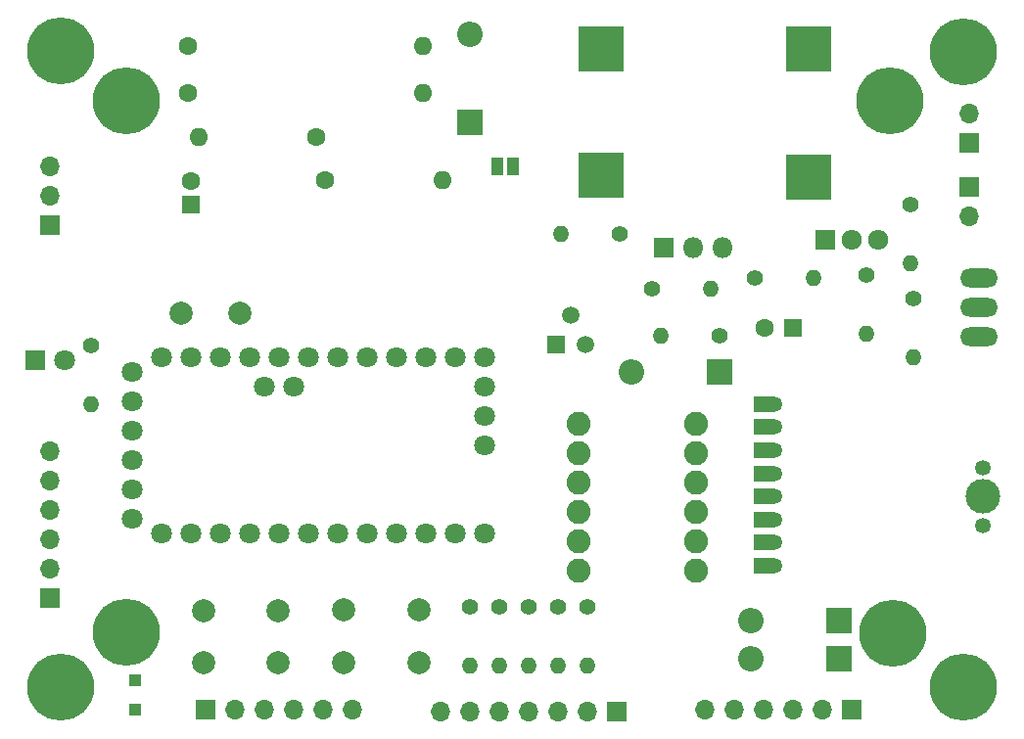
<source format=gbr>
%TF.GenerationSoftware,KiCad,Pcbnew,6.0.11-2627ca5db0~126~ubuntu22.04.1*%
%TF.CreationDate,2023-08-15T16:57:27+02:00*%
%TF.ProjectId,HB-UNI-SenAct-4-4-SC_DS_FUEL4EP_PCB,48422d55-4e49-42d5-9365-6e4163742d34,1.6*%
%TF.SameCoordinates,Original*%
%TF.FileFunction,Soldermask,Top*%
%TF.FilePolarity,Negative*%
%FSLAX46Y46*%
G04 Gerber Fmt 4.6, Leading zero omitted, Abs format (unit mm)*
G04 Created by KiCad (PCBNEW 6.0.11-2627ca5db0~126~ubuntu22.04.1) date 2023-08-15 16:57:27*
%MOMM*%
%LPD*%
G01*
G04 APERTURE LIST*
%ADD10C,2.000000*%
%ADD11R,1.600000X1.600000*%
%ADD12C,1.600000*%
%ADD13R,1.800000X1.800000*%
%ADD14C,1.800000*%
%ADD15R,2.200000X2.200000*%
%ADD16O,2.200000X2.200000*%
%ADD17C,5.800000*%
%ADD18R,1.700000X1.700000*%
%ADD19O,1.700000X1.700000*%
%ADD20R,1.000000X1.500000*%
%ADD21C,1.350000*%
%ADD22R,1.800000X1.350000*%
%ADD23C,3.000000*%
%ADD24R,1.717500X1.800000*%
%ADD25O,1.717500X1.800000*%
%ADD26C,1.400000*%
%ADD27O,1.400000X1.400000*%
%ADD28O,1.600000X1.600000*%
%ADD29O,3.251200X1.625600*%
%ADD30O,1.800000X1.800000*%
%ADD31C,2.082800*%
%ADD32R,1.000000X1.000000*%
%ADD33R,4.000000X4.000000*%
%ADD34R,1.498600X1.498600*%
%ADD35C,1.498600*%
G04 APERTURE END LIST*
D10*
%TO.C,C4*%
X19431000Y36330000D03*
X14431000Y36330000D03*
%TD*%
D11*
%TO.C,C5*%
X15240000Y45760000D03*
D12*
X15240000Y47760000D03*
%TD*%
D13*
%TO.C,D1*%
X1738000Y32266000D03*
D14*
X4278000Y32266000D03*
%TD*%
D15*
%TO.C,D2*%
X60960000Y31250000D03*
D16*
X53340000Y31250000D03*
%TD*%
D15*
%TO.C,D3*%
X71247000Y9787000D03*
D16*
X63627000Y9787000D03*
%TD*%
D15*
%TO.C,D6*%
X71247000Y6485000D03*
D16*
X63627000Y6485000D03*
%TD*%
D15*
%TO.C,D11*%
X39370000Y52840000D03*
D16*
X39370000Y60460000D03*
%TD*%
D17*
%TO.C,H1*%
X75697000Y54739000D03*
%TD*%
%TO.C,H3*%
X9657000Y8765000D03*
%TD*%
%TO.C,H4*%
X75951000Y8638000D03*
%TD*%
D18*
%TO.C,J2*%
X16510000Y2040000D03*
D19*
X19050000Y2040000D03*
X21590000Y2040000D03*
X24130000Y2040000D03*
X26670000Y2040000D03*
X29210000Y2040000D03*
%TD*%
D18*
%TO.C,J4*%
X52070000Y1907000D03*
D19*
X49530000Y1907000D03*
X46990000Y1907000D03*
X44450000Y1907000D03*
X41910000Y1907000D03*
X39370000Y1907000D03*
X36830000Y1907000D03*
%TD*%
D18*
%TO.C,J5*%
X3048000Y11692000D03*
D19*
X3048000Y14232000D03*
X3048000Y16772000D03*
X3048000Y19312000D03*
X3048000Y21852000D03*
X3048000Y24392000D03*
%TD*%
D18*
%TO.C,J6*%
X82550000Y51062000D03*
D19*
X82550000Y53602000D03*
%TD*%
D18*
%TO.C,J10*%
X3048000Y43950000D03*
D19*
X3048000Y46490000D03*
X3048000Y49030000D03*
%TD*%
D20*
%TO.C,JP1*%
X41768000Y49030000D03*
X43068000Y49030000D03*
%TD*%
D21*
%TO.C,Module2*%
X83735000Y23020000D03*
D22*
X64735000Y28520000D03*
D21*
X65735000Y28520000D03*
D23*
X83735000Y20520000D03*
D21*
X65735000Y26520000D03*
D22*
X64735000Y26520000D03*
D21*
X83735000Y18020000D03*
D22*
X64735000Y24520000D03*
D21*
X65735000Y24520000D03*
X65735000Y22520000D03*
D22*
X64735000Y22520000D03*
D21*
X65735000Y20520000D03*
D22*
X64735000Y20520000D03*
D21*
X65735000Y18520000D03*
D22*
X64735000Y18520000D03*
D21*
X65735000Y16520000D03*
D22*
X64735000Y16520000D03*
D21*
X65735000Y14520000D03*
D22*
X64735000Y14520000D03*
%TD*%
D24*
%TO.C,Q1*%
X70093000Y42680000D03*
D25*
X72383000Y42680000D03*
X74673000Y42680000D03*
%TD*%
D26*
%TO.C,R1*%
X6604000Y33536000D03*
D27*
X6604000Y28456000D03*
%TD*%
D12*
%TO.C,R2*%
X26035000Y51570000D03*
D28*
X15875000Y51570000D03*
%TD*%
D26*
%TO.C,R13*%
X52324000Y43188000D03*
D27*
X47244000Y43188000D03*
%TD*%
D26*
%TO.C,R14*%
X55118000Y38489000D03*
D27*
X60198000Y38489000D03*
%TD*%
D26*
%TO.C,R17*%
X60960000Y34425000D03*
D27*
X55880000Y34425000D03*
%TD*%
D12*
%TO.C,R22*%
X14986000Y55380000D03*
D28*
X35306000Y55380000D03*
%TD*%
D10*
%TO.C,SW1*%
X16308000Y6140000D03*
X22808000Y6140000D03*
X16308000Y10640000D03*
X22808000Y10640000D03*
%TD*%
D17*
%TO.C,H2*%
X9657000Y54739000D03*
%TD*%
D14*
%TO.C,Module1*%
X12700000Y32520000D03*
X40640000Y24900000D03*
X12700000Y17280000D03*
X10160000Y18550000D03*
X21590000Y29980000D03*
X15240000Y32520000D03*
X40640000Y27440000D03*
X15240000Y17280000D03*
X10160000Y21090000D03*
X24130000Y29980000D03*
X17780000Y32520000D03*
X40640000Y29980000D03*
X17780000Y17280000D03*
X10160000Y23630000D03*
X20320000Y32520000D03*
X20320000Y17280000D03*
X10160000Y26170000D03*
X22860000Y32520000D03*
X22860000Y17280000D03*
X10160000Y28710000D03*
X25400000Y32520000D03*
X25400000Y17280000D03*
X10160000Y31250000D03*
X27940000Y32520000D03*
X27940000Y17280000D03*
X30480000Y32520000D03*
X30480000Y17280000D03*
X33020000Y32520000D03*
X33020000Y17280000D03*
X35560000Y32520000D03*
X35560000Y17280000D03*
X38100000Y32520000D03*
X38100000Y17280000D03*
X40640000Y32520000D03*
X40640000Y17280000D03*
%TD*%
D26*
%TO.C,R3*%
X64008000Y39378000D03*
D27*
X69088000Y39378000D03*
%TD*%
D18*
%TO.C,J1*%
X82550000Y47282000D03*
D19*
X82550000Y44742000D03*
%TD*%
D29*
%TO.C,Q4*%
X83398000Y34298000D03*
X83398000Y36838000D03*
X83398000Y39378000D03*
%TD*%
D26*
%TO.C,R5*%
X41910000Y10930000D03*
D27*
X41910000Y5850000D03*
%TD*%
D26*
%TO.C,R6*%
X44450000Y10930000D03*
D27*
X44450000Y5850000D03*
%TD*%
D26*
%TO.C,R7*%
X46990000Y10930000D03*
D27*
X46990000Y5850000D03*
%TD*%
D26*
%TO.C,R8*%
X49530000Y10930000D03*
D27*
X49530000Y5850000D03*
%TD*%
D26*
%TO.C,R9*%
X77724000Y37600000D03*
D27*
X77724000Y32520000D03*
%TD*%
D26*
%TO.C,R10*%
X77470000Y45728000D03*
D27*
X77470000Y40648000D03*
%TD*%
D26*
%TO.C,R11*%
X39370000Y10930000D03*
D27*
X39370000Y5850000D03*
%TD*%
D17*
%TO.C,H5*%
X4000000Y59020000D03*
%TD*%
%TO.C,H7*%
X4000000Y4000000D03*
%TD*%
%TO.C,H8*%
X82000000Y4000000D03*
%TD*%
D11*
%TO.C,C1*%
X67310000Y35060000D03*
D12*
X64810000Y35060000D03*
%TD*%
D17*
%TO.C,H6*%
X82000000Y59000000D03*
%TD*%
D18*
%TO.C,J3*%
X72390000Y2040000D03*
D19*
X69850000Y2040000D03*
X67310000Y2040000D03*
X64770000Y2040000D03*
X62230000Y2040000D03*
X59690000Y2040000D03*
%TD*%
D13*
%TO.C,Q2*%
X56134000Y42051000D03*
D30*
X58674000Y42051000D03*
X61214000Y42051000D03*
%TD*%
D31*
%TO.C,Module3*%
X58917000Y21719000D03*
X48757000Y21719000D03*
X48757000Y19179000D03*
X48757000Y14099000D03*
X48757000Y16639000D03*
X48757000Y24259000D03*
X48757000Y26799000D03*
X58917000Y19179000D03*
X58917000Y14099000D03*
X58917000Y16639000D03*
X58917000Y24259000D03*
X58917000Y26799000D03*
%TD*%
D32*
%TO.C,J7*%
X10414000Y2040000D03*
%TD*%
D12*
%TO.C,R4*%
X26860500Y47861600D03*
D28*
X37020500Y47861600D03*
%TD*%
D10*
%TO.C,SW2*%
X28448000Y10676000D03*
X34948000Y10676000D03*
X28448000Y6176000D03*
X34948000Y6176000D03*
%TD*%
D33*
%TO.C,Module4*%
X68650000Y59190000D03*
X50730000Y59190000D03*
X68650000Y48170000D03*
X50730000Y48270000D03*
%TD*%
D34*
%TO.C,Q3*%
X46786800Y33637600D03*
D35*
X48056800Y36177600D03*
X49326800Y33637600D03*
%TD*%
D12*
%TO.C,R15*%
X14986000Y59444000D03*
D28*
X35306000Y59444000D03*
%TD*%
D32*
%TO.C,J8*%
X10414000Y4580000D03*
%TD*%
D26*
%TO.C,R12*%
X73660000Y39632000D03*
D27*
X73660000Y34552000D03*
%TD*%
M02*

</source>
